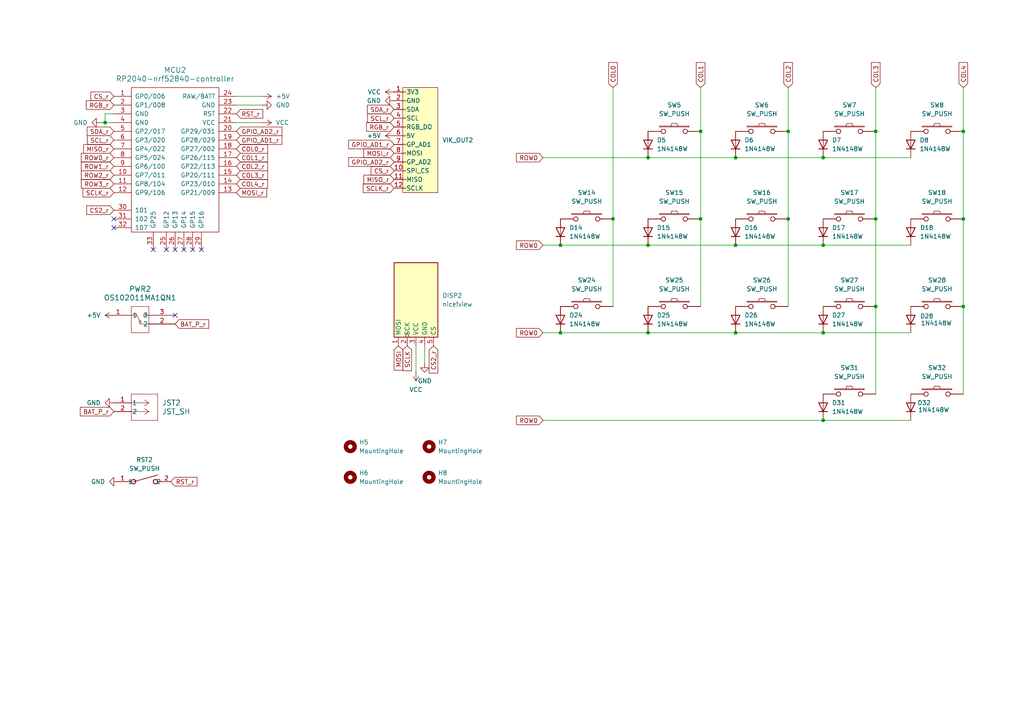
<source format=kicad_sch>
(kicad_sch (version 20231120) (generator "eeschema") (generator_version "8.0")
  (paper "A4")
  (title_block (title "Whiplaesh") (date "2024-10-21") (rev "0.1") (comment 1 "made by ykz89") (comment 2 "Right side"))
  (lib_symbols
    (symbol "2024-10-29_23-28-51:OS102011MA1QN1" (pin_names (offset 0.254))
      (property "Reference" "SW" (at 10.16 7.62 0))
      (property "Value" "OS102011MA1QN1" (at 10.16 5.08 0))
      (symbol "OS102011MA1QN1_1_1"
        (polyline (pts (xy 7.62 -5.08) (xy 12.7 -5.08)) (stroke (width 0.127)))
        (polyline (pts (xy 7.62 0) (xy 8.5725 0)) (stroke (width 0.127)))
        (polyline (pts (xy 7.62 2.54) (xy 7.62 -5.08)) (stroke (width 0.127)))
        (polyline (pts (xy 10.16 -2.54) (xy 10.16 -2.2098)) (stroke (width 0.127)))
        (polyline (pts (xy 10.16 -2.54) (xy 12.7 -2.54)) (stroke (width 0.127)))
        (polyline (pts (xy 10.16 -1.905) (xy 8.89 0.635)) (stroke (width 0.127)))
        (polyline (pts (xy 11.7475 0) (xy 12.7 0)) (stroke (width 0.127)))
        (polyline (pts (xy 12.7 -5.08) (xy 12.7 2.54)) (stroke (width 0.127)))
        (polyline (pts (xy 12.7 2.54) (xy 7.62 2.54)) (stroke (width 0.127)))
        (circle (center 8.89 0) (radius 0.3048) (stroke (width 0.127)))
        (circle (center 10.16 -1.905) (radius 0.3048) (stroke (width 0.127)))
        (circle (center 11.43 0) (radius 0.3048) (stroke (width 0.127)))
        (pin unspecified line (at 0 0 0) (length 7.62) (name "1") (number "1"))
        (pin unspecified line (at 20.32 -2.54 180) (length 7.62) (name "2") (number "2"))
        (pin unspecified line (at 20.32 0 180) (length 7.62) (name "3") (number "3"))
      )
    )
    (symbol "CONN_S2B-PH-K-S_JST:S2B-PH-K-SLFSN" (pin_names (offset 0.254))
      (property "Reference" "J" (at 8.89 6.35 0))
      (property "Value" "S2B-PH-K-SLFSN" (at 0 0 0))
      (symbol "S2B-PH-K-SLFSN_1_1"
        (polyline (pts (xy 5.08 -5.08) (xy 12.7 -5.08)) (stroke (width 0.127)))
        (polyline (pts (xy 5.08 2.54) (xy 5.08 -5.08)) (stroke (width 0.127)))
        (polyline (pts (xy 10.16 -2.54) (xy 5.08 -2.54)) (stroke (width 0.127)))
        (polyline (pts (xy 10.16 -2.54) (xy 8.89 -3.3867)) (stroke (width 0.127)))
        (polyline (pts (xy 10.16 -2.54) (xy 8.89 -1.6933)) (stroke (width 0.127)))
        (polyline (pts (xy 10.16 0) (xy 5.08 0)) (stroke (width 0.127)))
        (polyline (pts (xy 10.16 0) (xy 8.89 -0.8467)) (stroke (width 0.127)))
        (polyline (pts (xy 10.16 0) (xy 8.89 0.8467)) (stroke (width 0.127)))
        (polyline (pts (xy 12.7 -5.08) (xy 12.7 2.54)) (stroke (width 0.127)))
        (polyline (pts (xy 12.7 2.54) (xy 5.08 2.54)) (stroke (width 0.127)))
        (pin unspecified line (at 0 0 0) (length 5.08) (name "1") (number "1"))
        (pin unspecified line (at 0 -2.54 0) (length 5.08) (name "2") (number "2"))
      )
    )
    (symbol "Diode:1N4148W" (pin_numbers hide) (pin_names hide)
      (property "Reference" "D" (at 0 2.54 0))
      (property "Value" "1N4148W" (at 0 -2.54 0))
      (symbol "1N4148W_0_1"
        (polyline (pts (xy -1.27 1.27) (xy -1.27 -1.27)) (stroke (width 0.254)))
        (polyline (pts (xy 1.27 0) (xy -1.27 0)))
        (polyline (pts (xy 1.27 1.27) (xy 1.27 -1.27) (xy -1.27 0) (xy 1.27 1.27)) (stroke (width 0.254)))
      )
      (symbol "1N4148W_1_1"
        (pin passive line (at -3.81 0 0) (length 2.54) (name "K") (number "1"))
        (pin passive line (at 3.81 0 180) (length 2.54) (name "A") (number "2"))
      )
    )
    (symbol "Mechanical:MountingHole" (pin_names (offset 1.016)) (exclude_from_sim yes) (in_bom no)
      (property "Reference" "H" (at 0 5.08 0))
      (property "Value" "MountingHole" (at 0 3.175 0))
      (symbol "MountingHole_0_1"
        (circle (center 0 0) (radius 1.27) (stroke (width 1.27)))
      )
    )
    (symbol "RP2040-nrf52840-controller:RP2040-nrf52840-controller" (pin_names (offset 1.016))
      (property "Reference" "U" (at 0 22.86 0))
      (property "Value" "RP2040-nrf52840-controller" (at 0 2.54 90))
      (symbol "RP2040-nrf52840-controller_0_1"
        (rectangle (start -12.7 20.32) (end 12.7 -21.59))
      )
      (symbol "RP2040-nrf52840-controller_1_1"
        (pin input line (at -17.78 17.78 0) (length 5.08) (name "GP0/006") (number "1"))
        (pin input line (at -17.78 -5.08 0) (length 5.08) (name "GP7/011") (number "10"))
        (pin input line (at -17.78 -7.62 0) (length 5.08) (name "GP8/104") (number "11"))
        (pin input line (at -17.78 -10.16 0) (length 5.08) (name "GP9/106") (number "12"))
        (pin input line (at 17.78 -10.16 180) (length 5.08) (name "GP21/009") (number "13"))
        (pin input line (at 17.78 -7.62 180) (length 5.08) (name "GP23/010") (number "14"))
        (pin input line (at 17.78 -5.08 180) (length 5.08) (name "GP20/111") (number "15"))
        (pin input line (at 17.78 -2.54 180) (length 5.08) (name "GP22/113") (number "16"))
        (pin input line (at 17.78 0 180) (length 5.08) (name "GP26/115") (number "17"))
        (pin input line (at 17.78 2.54 180) (length 5.08) (name "GP27/002") (number "18"))
        (pin input line (at 17.78 5.08 180) (length 5.08) (name "GP28/029") (number "19"))
        (pin input line (at -17.78 15.24 0) (length 5.08) (name "GP1/008") (number "2"))
        (pin input line (at 17.78 7.62 180) (length 5.08) (name "GP29/031") (number "20"))
        (pin input line (at 17.78 10.16 180) (length 5.08) (name "VCC") (number "21"))
        (pin input line (at 17.78 12.7 180) (length 5.08) (name "RST") (number "22"))
        (pin input line (at 17.78 15.24 180) (length 5.08) (name "GND") (number "23"))
        (pin input line (at 17.78 17.78 180) (length 5.08) (name "RAW/BATT") (number "24"))
        (pin input line (at -2.54 -26.67 90) (length 5.08) (name "GP12") (number "25"))
        (pin input line (at 0 -26.67 90) (length 5.08) (name "GP13") (number "26"))
        (pin input line (at 2.54 -26.67 90) (length 5.08) (name "GP14") (number "27"))
        (pin input line (at 5.08 -26.67 90) (length 5.08) (name "GP15") (number "28"))
        (pin input line (at 7.62 -26.67 90) (length 5.08) (name "GP16") (number "29"))
        (pin input line (at -17.78 12.7 0) (length 5.08) (name "GND") (number "3"))
        (pin input line (at -17.78 -15.24 0) (length 5.08) (name "101") (number "30"))
        (pin input line (at -17.78 -17.78 0) (length 5.08) (name "102") (number "31"))
        (pin input line (at -17.78 -20.32 0) (length 5.08) (name "107") (number "32"))
        (pin input line (at -6.35 -26.67 90) (length 5.08) (name "GP25") (number "33"))
        (pin input line (at -17.78 10.16 0) (length 5.08) (name "GND") (number "4"))
        (pin input line (at -17.78 7.62 0) (length 5.08) (name "GP2/017") (number "5"))
        (pin input line (at -17.78 5.08 0) (length 5.08) (name "GP3/020") (number "6"))
        (pin input line (at -17.78 2.54 0) (length 5.08) (name "GP4/022") (number "7"))
        (pin input line (at -17.78 0 0) (length 5.08) (name "GP5/024") (number "8"))
        (pin input line (at -17.78 -2.54 0) (length 5.08) (name "GP6/100") (number "9"))
      )
    )
    (symbol "SW_SKHLACA010_ALPS:SKHLACA010" (pin_names (offset 0.254))
      (property "Reference" "SW" (at 0 3.81 0))
      (property "Value" "SKHLACA010" (at 0 0 0))
      (symbol "SKHLACA010_0_1"
        (circle (center -3.175 0) (radius 0.635) (stroke (width 0.254)))
        (polyline (pts (xy -5.08 0) (xy -3.81 0)) (stroke (width 0.2032)))
        (polyline (pts (xy -3.175 0) (xy 3.81 1.905)) (stroke (width 0.2032)))
        (polyline (pts (xy 5.08 0) (xy 3.81 0)) (stroke (width 0.2032)))
        (circle (center 3.175 0) (radius 0.635) (stroke (width 0.254)))
        (pin unspecified line (at -7.62 0 0) (length 2.54) (name "1") (number "1"))
        (pin unspecified line (at 7.62 0 180) (length 2.54) (name "2") (number "2"))
      )
    )
    (symbol "kbd:SW_PUSH" (pin_numbers hide) (pin_names (offset 1.016) hide)
      (property "Reference" "SW" (at 3.81 2.794 0))
      (property "Value" "SW_PUSH" (at 0 -2.032 0))
      (symbol "SW_PUSH_0_1"
        (rectangle (start -4.318 1.27) (end 4.318 1.524))
        (polyline (pts (xy -1.016 1.524) (xy -0.762 2.286) (xy 0.762 2.286) (xy 1.016 1.524)))
        (pin passive inverted (at -7.62 0 0) (length 5.08) (name "1") (number "1"))
        (pin passive inverted (at 7.62 0 180) (length 5.08) (name "2") (number "2"))
      )
    )
    (symbol "nice_view:nice!view"
      (property "Reference" "Display" (at 0 12.7 0))
      (property "Value" "nice!view" (at 0 0 0))
      (symbol "nice!view_0_1"
        (rectangle (start -6.35 11.43) (end 6.35 -10.16) (stroke (width 0.254)) (fill (type background)))
      )
      (symbol "nice!view_1_1"
        (pin input line (at -5.08 -12.7 90) (length 2.54) (name "MOSI") (number "1"))
        (pin input clock (at -2.54 -12.7 90) (length 2.54) (name "SCK") (number "2"))
        (pin power_in line (at 0 -12.7 90) (length 2.54) (name "VCC") (number "3"))
        (pin power_out line (at 2.54 -12.7 90) (length 2.54) (name "GND") (number "4"))
        (pin passive line (at 5.08 -12.7 90) (length 2.54) (name "CS") (number "5"))
      )
    )
    (symbol "power:+5V" (power) (pin_numbers hide) (pin_names (offset 0) hide)
      (property "Value" "+5V" (at 0 3.556 0))
      (symbol "+5V_0_1"
        (polyline (pts (xy -0.762 1.27) (xy 0 2.54)))
        (polyline (pts (xy 0 0) (xy 0 2.54)))
        (polyline (pts (xy 0 2.54) (xy 0.762 1.27)))
      )
      (symbol "+5V_1_1"
        (pin power_in line (at 0 0 90) (length 0) (name "~") (number "1"))
      )
    )
    (symbol "power:GND" (power) (pin_numbers hide) (pin_names (offset 0) hide)
      (property "Value" "GND" (at 0 -3.81 0))
      (symbol "GND_0_1"
        (polyline (pts (xy 0 0) (xy 0 -1.27) (xy 1.27 -1.27) (xy 0 -2.54) (xy -1.27 -1.27) (xy 0 -1.27)))
      )
      (symbol "GND_1_1"
        (pin power_in line (at 0 0 270) (length 0) (name "~") (number "1"))
      )
    )
    (symbol "power:VCC" (power) (pin_numbers hide) (pin_names (offset 0) hide)
      (property "Value" "VCC" (at 0 3.556 0))
      (symbol "VCC_0_1"
        (polyline (pts (xy -0.762 1.27) (xy 0 2.54)))
        (polyline (pts (xy 0 0) (xy 0 2.54)))
        (polyline (pts (xy 0 2.54) (xy 0.762 1.27)))
      )
      (symbol "VCC_1_1"
        (pin power_in line (at 0 0 90) (length 0) (name "~") (number "1"))
      )
    )
    (symbol "vik:vik-keyboard-connector" (pin_names (offset 1))
      (property "Reference" "J" (at 0 15.875 0))
      (symbol "vik-keyboard-connector_1_1"
        (rectangle (start -5.08 13.97) (end 5.08 -16.51) (fill (type background)))
        (rectangle (start -5.0546 -15.113) (end -4.191 -15.367) (stroke (width 0.1)))
        (rectangle (start -5.0546 -12.573) (end -4.191 -12.827) (stroke (width 0.1)))
        (rectangle (start -5.0546 -10.033) (end -4.191 -10.287) (stroke (width 0.1)))
        (rectangle (start -5.0546 -7.493) (end -4.191 -7.747) (stroke (width 0.1)))
        (rectangle (start -5.0546 -4.953) (end -4.191 -5.207) (stroke (width 0.1)))
        (rectangle (start -5.0546 -2.413) (end -4.191 -2.667) (stroke (width 0.1)))
        (rectangle (start -5.0546 0.127) (end -4.191 -0.127) (stroke (width 0.1)))
        (rectangle (start -5.0546 2.667) (end -4.191 2.413) (stroke (width 0.1)))
        (rectangle (start -5.0546 5.207) (end -4.191 4.953) (stroke (width 0.1)))
        (rectangle (start -5.0546 7.747) (end -4.191 7.493) (stroke (width 0.1)))
        (rectangle (start -5.0546 10.287) (end -4.191 10.033) (stroke (width 0.1)))
        (rectangle (start -5.0546 12.827) (end -4.191 12.573) (stroke (width 0.1)))
        (pin power_in line (at -7.62 12.7 0) (length 2.54) (name "3V3") (number "1"))
        (pin input line (at -7.62 -10.16 0) (length 2.54) (name "SPI_CS") (number "10"))
        (pin tri_state line (at -7.62 -12.7 0) (length 2.54) (name "MISO") (number "11"))
        (pin input line (at -7.62 -15.24 0) (length 2.54) (name "SCLK") (number "12"))
        (pin power_in line (at -7.62 10.16 0) (length 2.54) (name "GND") (number "2"))
        (pin bidirectional line (at -7.62 7.62 0) (length 2.54) (name "SDA") (number "3"))
        (pin bidirectional line (at -7.62 5.08 0) (length 2.54) (name "SCL") (number "4"))
        (pin input line (at -7.62 2.54 0) (length 2.54) (name "RGB_DO") (number "5"))
        (pin power_in line (at -7.62 0 0) (length 2.54) (name "5V") (number "6"))
        (pin bidirectional line (at -7.62 -2.54 0) (length 2.54) (name "GP_AD1") (number "7"))
        (pin input line (at -7.62 -5.08 0) (length 2.54) (name "MOSI") (number "8"))
        (pin bidirectional line (at -7.62 -7.62 0) (length 2.54) (name "GP_AD2") (number "9"))
      )
    )
  )
  (junction (at 238.76 121.92))
  (junction (at 203.2 63.5))
  (junction (at 162.56 96.52))
  (junction (at 238.76 45.72))
  (junction (at 213.36 96.52))
  (junction (at 279.4 63.5))
  (junction (at 213.36 71.12))
  (junction (at 213.36 45.72))
  (junction (at 203.2 38.1))
  (junction (at 228.6 38.1))
  (junction (at 187.96 45.72))
  (junction (at 228.6 63.5))
  (junction (at 238.76 71.12))
  (junction (at 254 38.1))
  (junction (at 187.96 71.12))
  (junction (at 162.56 71.12))
  (junction (at 279.4 38.1))
  (junction (at 238.76 96.52))
  (junction (at 177.8 63.5))
  (junction (at 187.96 96.52))
  (junction (at 254 63.5))
  (junction (at 254 88.9))
  (junction (at 30.48 35.56))
  (junction (at 279.4 88.9))
  (no_connect (at 53.34 72.39))
  (no_connect (at 50.8 91.44))
  (no_connect (at 48.26 72.39))
  (no_connect (at 33.02 63.5))
  (no_connect (at 58.42 72.39))
  (no_connect (at 50.8 72.39))
  (no_connect (at 55.88 72.39))
  (no_connect (at 33.02 66.04))
  (no_connect (at 44.45 72.39))
  (wire (pts (xy 177.8 25.4) (xy 177.8 63.5)))
  (wire (pts (xy 123.19 105.41) (xy 123.19 100.33)))
  (wire (pts (xy 177.8 63.5) (xy 177.8 88.9)))
  (wire (pts (xy 279.4 25.4) (xy 279.4 38.1)))
  (wire (pts (xy 33.02 91.44) (xy 30.48 91.44)))
  (wire (pts (xy 254 38.1) (xy 254 63.5)))
  (wire (pts (xy 162.56 96.52) (xy 187.96 96.52)))
  (wire (pts (xy 228.6 25.4) (xy 228.6 38.1)))
  (wire (pts (xy 76.2 27.94) (xy 68.58 27.94)))
  (wire (pts (xy 264.16 96.52) (xy 238.76 96.52)))
  (wire (pts (xy 203.2 63.5) (xy 203.2 88.9)))
  (wire (pts (xy 203.2 38.1) (xy 203.2 63.5)))
  (wire (pts (xy 279.4 88.9) (xy 279.4 114.3)))
  (wire (pts (xy 203.2 25.4) (xy 203.2 38.1)))
  (wire (pts (xy 213.36 45.72) (xy 238.76 45.72)))
  (wire (pts (xy 279.4 63.5) (xy 279.4 88.9)))
  (wire (pts (xy 254 88.9) (xy 254 114.3)))
  (wire (pts (xy 238.76 45.72) (xy 264.16 45.72)))
  (wire (pts (xy 187.96 45.72) (xy 213.36 45.72)))
  (wire (pts (xy 279.4 38.1) (xy 279.4 63.5)))
  (wire (pts (xy 157.48 45.72) (xy 187.96 45.72)))
  (wire (pts (xy 264.16 121.92) (xy 238.76 121.92)))
  (wire (pts (xy 120.65 107.95) (xy 120.65 100.33)))
  (wire (pts (xy 187.96 71.12) (xy 213.36 71.12)))
  (wire (pts (xy 254 25.4) (xy 254 38.1)))
  (wire (pts (xy 264.16 71.12) (xy 238.76 71.12)))
  (wire (pts (xy 157.48 121.92) (xy 238.76 121.92)))
  (wire (pts (xy 187.96 96.52) (xy 213.36 96.52)))
  (wire (pts (xy 30.48 33.02) (xy 30.48 35.56)))
  (wire (pts (xy 29.21 35.56) (xy 30.48 35.56)))
  (wire (pts (xy 76.2 30.48) (xy 68.58 30.48)))
  (wire (pts (xy 254 63.5) (xy 254 88.9)))
  (wire (pts (xy 228.6 63.5) (xy 228.6 88.9)))
  (wire (pts (xy 213.36 71.12) (xy 238.76 71.12)))
  (wire (pts (xy 157.48 71.12) (xy 162.56 71.12)))
  (wire (pts (xy 30.48 35.56) (xy 33.02 35.56)))
  (wire (pts (xy 76.2 35.56) (xy 68.58 35.56)))
  (wire (pts (xy 157.48 96.52) (xy 162.56 96.52)))
  (wire (pts (xy 162.56 71.12) (xy 187.96 71.12)))
  (wire (pts (xy 213.36 96.52) (xy 238.76 96.52)))
  (wire (pts (xy 33.02 33.02) (xy 30.48 33.02)))
  (wire (pts (xy 228.6 38.1) (xy 228.6 63.5)))
  (global_label "COL4_r" (shape input) (at 68.58 53.34 0) (property "Intersheetrefs" "${INTERSHEET_REFS}" (effects (hide yes))))
  (global_label "MOSI_r" (shape input) (at 68.58 55.88 0) (property "Intersheetrefs" "${INTERSHEET_REFS}" (effects (hide yes))))
  (global_label "ROW0" (shape input) (at 157.48 71.12 180) (property "Intersheetrefs" "${INTERSHEET_REFS}" (effects (hide yes))))
  (global_label "MOSI" (shape input) (at 115.57 100.33 270) (property "Intersheetrefs" "${INTERSHEET_REFS}" (effects (hide yes))))
  (global_label "COL0" (shape input) (at 177.8 25.4 90) (property "Intersheetrefs" "${INTERSHEET_REFS}" (effects (hide yes))))
  (global_label "ROW1_r" (shape input) (at 33.02 48.26 180) (property "Intersheetrefs" "${INTERSHEET_REFS}" (effects (hide yes))))
  (global_label "GPIO_AD2_r" (shape input) (at 68.58 38.1 0) (property "Intersheetrefs" "${INTERSHEET_REFS}" (effects (hide yes))))
  (global_label "CS_r" (shape input) (at 33.02 27.94 180) (property "Intersheetrefs" "${INTERSHEET_REFS}" (effects (hide yes))))
  (global_label "COL3" (shape input) (at 254 25.4 90) (property "Intersheetrefs" "${INTERSHEET_REFS}" (effects (hide yes))))
  (global_label "COL2" (shape input) (at 228.6 25.4 90) (property "Intersheetrefs" "${INTERSHEET_REFS}" (effects (hide yes))))
  (global_label "BAT_P_r" (shape input) (at 50.8 93.98 0) (property "Intersheetrefs" "${INTERSHEET_REFS}" (effects (hide yes))))
  (global_label "COL2_r" (shape input) (at 68.58 48.26 0) (property "Intersheetrefs" "${INTERSHEET_REFS}" (effects (hide yes))))
  (global_label "RGB_r" (shape input) (at 33.02 30.48 180) (property "Intersheetrefs" "${INTERSHEET_REFS}" (effects (hide yes))))
  (global_label "SDA_r" (shape input) (at 33.02 38.1 180) (property "Intersheetrefs" "${INTERSHEET_REFS}" (effects (hide yes))))
  (global_label "ROW3_r" (shape input) (at 33.02 53.34 180) (property "Intersheetrefs" "${INTERSHEET_REFS}" (effects (hide yes))))
  (global_label "GPIO_AD2_r" (shape input) (at 114.3 46.99 180) (property "Intersheetrefs" "${INTERSHEET_REFS}" (effects (hide yes))))
  (global_label "GPIO_AD1_r" (shape input) (at 114.3 41.91 180) (property "Intersheetrefs" "${INTERSHEET_REFS}" (effects (hide yes))))
  (global_label "CS2_r" (shape input) (at 125.73 100.33 270) (property "Intersheetrefs" "${INTERSHEET_REFS}" (effects (hide yes))))
  (global_label "ROW0" (shape input) (at 157.48 45.72 180) (property "Intersheetrefs" "${INTERSHEET_REFS}" (effects (hide yes))))
  (global_label "GPIO_AD1_r" (shape input) (at 68.58 40.64 0) (property "Intersheetrefs" "${INTERSHEET_REFS}" (effects (hide yes))))
  (global_label "SCLK_r" (shape input) (at 33.02 55.88 180) (property "Intersheetrefs" "${INTERSHEET_REFS}" (effects (hide yes))))
  (global_label "COL1" (shape input) (at 203.2 25.4 90) (property "Intersheetrefs" "${INTERSHEET_REFS}" (effects (hide yes))))
  (global_label "SCLK_r" (shape input) (at 114.3 54.61 180) (property "Intersheetrefs" "${INTERSHEET_REFS}" (effects (hide yes))))
  (global_label "RST_r" (shape input) (at 68.58 33.02 0) (property "Intersheetrefs" "${INTERSHEET_REFS}" (effects (hide yes))))
  (global_label "CS_r" (shape input) (at 114.3 49.53 180) (property "Intersheetrefs" "${INTERSHEET_REFS}" (effects (hide yes))))
  (global_label "SDA_r" (shape input) (at 114.3 31.75 180) (property "Intersheetrefs" "${INTERSHEET_REFS}" (effects (hide yes))))
  (global_label "SCL_r" (shape input) (at 33.02 40.64 180) (property "Intersheetrefs" "${INTERSHEET_REFS}" (effects (hide yes))))
  (global_label "CS2_r" (shape input) (at 33.02 60.96 180) (property "Intersheetrefs" "${INTERSHEET_REFS}" (effects (hide yes))))
  (global_label "ROW0" (shape input) (at 157.48 121.92 180) (property "Intersheetrefs" "${INTERSHEET_REFS}" (effects (hide yes))))
  (global_label "COL0_r" (shape input) (at 68.58 43.18 0) (property "Intersheetrefs" "${INTERSHEET_REFS}" (effects (hide yes))))
  (global_label "RGB_r" (shape input) (at 114.3 36.83 180) (property "Intersheetrefs" "${INTERSHEET_REFS}" (effects (hide yes))))
  (global_label "ROW0_r" (shape input) (at 33.02 45.72 180) (property "Intersheetrefs" "${INTERSHEET_REFS}" (effects (hide yes))))
  (global_label "MISO_r" (shape input) (at 114.3 52.07 180) (property "Intersheetrefs" "${INTERSHEET_REFS}" (effects (hide yes))))
  (global_label "RST_r" (shape input) (at 49.53 139.7 0) (property "Intersheetrefs" "${INTERSHEET_REFS}" (effects (hide yes))))
  (global_label "SCL_r" (shape input) (at 114.3 34.29 180) (property "Intersheetrefs" "${INTERSHEET_REFS}" (effects (hide yes))))
  (global_label "COL3_r" (shape input) (at 68.58 50.8 0) (property "Intersheetrefs" "${INTERSHEET_REFS}" (effects (hide yes))))
  (global_label "MISO_r" (shape input) (at 33.02 43.18 180) (property "Intersheetrefs" "${INTERSHEET_REFS}" (effects (hide yes))))
  (global_label "BAT_P_r" (shape input) (at 33.02 119.38 180) (property "Intersheetrefs" "${INTERSHEET_REFS}" (effects (hide yes))))
  (global_label "ROW2_r" (shape input) (at 33.02 50.8 180) (property "Intersheetrefs" "${INTERSHEET_REFS}" (effects (hide yes))))
  (global_label "COL4" (shape input) (at 279.4 25.4 90) (property "Intersheetrefs" "${INTERSHEET_REFS}" (effects (hide yes))))
  (global_label "COL1_r" (shape input) (at 68.58 45.72 0) (property "Intersheetrefs" "${INTERSHEET_REFS}" (effects (hide yes))))
  (global_label "SCLK" (shape input) (at 118.11 100.33 270) (property "Intersheetrefs" "${INTERSHEET_REFS}" (effects (hide yes))))
  (global_label "MOSI_r" (shape input) (at 114.3 44.45 180) (property "Intersheetrefs" "${INTERSHEET_REFS}" (effects (hide yes))))
  (global_label "ROW0" (shape input) (at 157.48 96.52 180) (property "Intersheetrefs" "${INTERSHEET_REFS}" (effects (hide yes))))
  (symbol (lib_id "power:+5V") (at 76.2 27.94 270) (unit 1)
    (property "Reference" "#PWR015" (effects (hide yes)))
    (property "Value" "+5V" (at 80.01 27.9399 90) (effects (justify left)))
    (property "Description" "Power symbol creates a global label with name \"+5V\"" (effects (hide yes)))
  )
  (symbol (lib_id "Diode:1N4148W") (at 162.56 67.31 90) (unit 1)
    (property "Reference" "D14" (at 165.1 66.0399 90) (effects (justify right)))
    (property "Value" "1N4148W" (at 165.1 68.5799 90) (effects (justify right)))
    (property "Footprint" "fingerpunch:D3_TH_SMD" (effects (hide yes)))
    (property "Datasheet" "https://www.vishay.com/docs/85748/1n4148w.pdf" (effects (hide yes)))
    (property "Description" "75V 0.15A Fast Switching Diode, SOD-123" (effects (hide yes)))
    (property "Sim.Device" "D" (effects (hide yes)))
    (property "Sim.Pins" "1=K 2=A" (effects (hide yes)))
  )
  (symbol (lib_id "kbd:SW_PUSH") (at 220.98 38.1 0) (unit 1)
    (property "Reference" "SW6" (at 220.98 30.48 0))
    (property "Value" "SW_PUSH" (at 220.98 33.02 0))
    (property "Footprint" "fingerpunch:gateron-ks27-choc-v1-mx-soldered-and-hotswap" (effects (hide yes)))
  )
  (symbol (lib_id "SW_SKHLACA010_ALPS:SKHLACA010") (at 41.91 139.7 0) (unit 1)
    (property "Reference" "RST2" (at 41.91 133.35 0))
    (property "Value" "SW_PUSH" (at 41.91 135.89 0))
    (property "Footprint" "SW_SKHLACA010_ALPS" (effects (hide yes)))
    (property "Datasheet" "SKHLACA010" (effects (hide yes)))
  )
  (symbol (lib_id "kbd:SW_PUSH") (at 195.58 63.5 0) (unit 1)
    (property "Reference" "SW15" (at 195.58 55.88 0))
    (property "Value" "SW_PUSH" (at 195.58 58.42 0))
    (property "Footprint" "fingerpunch:gateron-ks27-choc-v1-mx-soldered-and-hotswap" (effects (hide yes)))
  )
  (symbol (lib_id "power:GND") (at 123.19 105.41 0) (unit 1)
    (property "Reference" "#PWR024" (effects (hide yes)))
    (property "Value" "GND" (at 123.19 110.49 0))
    (property "Description" "Power symbol creates a global label with name \"GND\" , ground" (effects (hide yes)))
  )
  (symbol (lib_id "power:+5V") (at 33.02 91.44 90) (unit 1)
    (property "Reference" "#PWR011" (effects (hide yes)))
    (property "Value" "+5V" (at 29.21 91.4399 90) (effects (justify left)))
    (property "Description" "Power symbol creates a global label with name \"+5V\"" (effects (hide yes)))
  )
  (symbol (lib_id "power:VCC") (at 76.2 35.56 270) (unit 1)
    (property "Reference" "#PWR017" (effects (hide yes)))
    (property "Value" "VCC" (at 80.01 35.5599 90) (effects (justify left)))
    (property "Description" "Power symbol creates a global label with name \"VCC\"" (effects (hide yes)))
  )
  (symbol (lib_id "kbd:SW_PUSH") (at 271.78 38.1 0) (unit 1)
    (property "Reference" "SW8" (at 271.78 30.48 0))
    (property "Value" "SW_PUSH" (at 271.78 33.02 0))
    (property "Footprint" "fingerpunch:gateron-ks27-choc-v1-mx-soldered-and-hotswap" (effects (hide yes)))
  )
  (symbol (lib_id "power:GND") (at 114.3 29.21 270) (unit 1)
    (property "Reference" "#PWR019" (effects (hide yes)))
    (property "Value" "GND" (at 110.49 29.2099 90) (effects (justify right)))
    (property "Description" "Power symbol creates a global label with name \"GND\" , ground" (effects (hide yes)))
  )
  (symbol (lib_id "Diode:1N4148W") (at 264.16 41.91 90) (unit 1)
    (property "Reference" "D8" (at 266.7 40.6399 90) (effects (justify right)))
    (property "Value" "1N4148W" (at 266.7 43.1799 90) (effects (justify right)))
    (property "Footprint" "fingerpunch:D3_TH_SMD" (effects (hide yes)))
    (property "Datasheet" "https://www.vishay.com/docs/85748/1n4148w.pdf" (effects (hide yes)))
    (property "Description" "75V 0.15A Fast Switching Diode, SOD-123" (effects (hide yes)))
    (property "Sim.Device" "D" (effects (hide yes)))
    (property "Sim.Pins" "1=K 2=A" (effects (hide yes)))
  )
  (symbol (lib_id "Diode:1N4148W") (at 213.36 92.71 90) (unit 1)
    (property "Reference" "D26" (at 215.9 91.4399 90) (effects (justify right)))
    (property "Value" "1N4148W" (at 215.9 93.9799 90) (effects (justify right)))
    (property "Footprint" "fingerpunch:D3_TH_SMD" (effects (hide yes)))
    (property "Datasheet" "https://www.vishay.com/docs/85748/1n4148w.pdf" (effects (hide yes)))
    (property "Description" "75V 0.15A Fast Switching Diode, SOD-123" (effects (hide yes)))
    (property "Sim.Device" "D" (effects (hide yes)))
    (property "Sim.Pins" "1=K 2=A" (effects (hide yes)))
  )
  (symbol (lib_id "RP2040-nrf52840-controller:RP2040-nrf52840-controller") (at 50.8 45.72 0) (unit 1)
    (property "Reference" "MCU2" (at 50.8 20.32 0) (effects (font (size 1.524 1.524))))
    (property "Value" "RP2040-nrf52840-controller" (at 50.8 22.86 0) (effects (font (size 1.524 1.524))))
    (property "Footprint" "footprints:MCU_nice-nano" (effects (hide yes)))
  )
  (symbol (lib_id "power:GND") (at 76.2 30.48 90) (unit 1)
    (property "Reference" "#PWR016" (effects (hide yes)))
    (property "Value" "GND" (at 80.01 30.4799 90) (effects (justify right)))
    (property "Description" "Power symbol creates a global label with name \"GND\" , ground" (effects (hide yes)))
  )
  (symbol (lib_id "power:VCC") (at 114.3 26.67 90) (unit 1)
    (property "Reference" "#PWR020" (effects (hide yes)))
    (property "Value" "VCC" (at 110.49 26.6699 90) (effects (justify left)))
    (property "Description" "Power symbol creates a global label with name \"VCC\"" (effects (hide yes)))
  )
  (symbol (lib_id "Diode:1N4148W") (at 238.76 118.11 90) (unit 1)
    (property "Reference" "D31" (at 241.3 116.8399 90) (effects (justify right)))
    (property "Value" "1N4148W" (at 241.3 119.3799 90) (effects (justify right)))
    (property "Footprint" "fingerpunch:D3_TH_SMD" (effects (hide yes)))
    (property "Datasheet" "https://www.vishay.com/docs/85748/1n4148w.pdf" (effects (hide yes)))
    (property "Description" "75V 0.15A Fast Switching Diode, SOD-123" (effects (hide yes)))
    (property "Sim.Device" "D" (effects (hide yes)))
    (property "Sim.Pins" "1=K 2=A" (effects (hide yes)))
  )
  (symbol (lib_id "Mechanical:MountingHole") (at 101.6 129.54 0) (unit 1) (exclude_from_sim yes) (in_bom no)
    (property "Reference" "H5" (at 104.14 128.2699 0) (effects (justify left)))
    (property "Value" "MountingHole" (at 104.14 130.8099 0) (effects (justify left)))
    (property "Footprint" "MountingHole:MountingHole_2.2mm_M2" (effects (hide yes)))
    (property "Description" "Mounting Hole without connection" (effects (hide yes)))
  )
  (symbol (lib_id "kbd:SW_PUSH") (at 246.38 114.3 0) (unit 1)
    (property "Reference" "SW31" (at 246.38 106.68 0))
    (property "Value" "SW_PUSH" (at 246.38 109.22 0))
    (property "Footprint" "fingerpunch:gateron-ks27-choc-v1-mx-soldered-and-hotswap" (effects (hide yes)))
  )
  (symbol (lib_id "kbd:SW_PUSH") (at 220.98 88.9 0) (unit 1)
    (property "Reference" "SW26" (at 220.98 81.28 0))
    (property "Value" "SW_PUSH" (at 220.98 83.82 0))
    (property "Footprint" "fingerpunch:gateron-ks27-choc-v1-mx-soldered-and-hotswap" (effects (hide yes)))
  )
  (symbol (lib_id "Diode:1N4148W") (at 238.76 67.31 90) (unit 1)
    (property "Reference" "D17" (at 241.3 66.0399 90) (effects (justify right)))
    (property "Value" "1N4148W" (at 241.3 68.5799 90) (effects (justify right)))
    (property "Footprint" "fingerpunch:D3_TH_SMD" (effects (hide yes)))
    (property "Datasheet" "https://www.vishay.com/docs/85748/1n4148w.pdf" (effects (hide yes)))
    (property "Description" "75V 0.15A Fast Switching Diode, SOD-123" (effects (hide yes)))
    (property "Sim.Device" "D" (effects (hide yes)))
    (property "Sim.Pins" "1=K 2=A" (effects (hide yes)))
  )
  (symbol (lib_id "Diode:1N4148W") (at 162.56 92.71 90) (unit 1)
    (property "Reference" "D24" (at 165.1 91.4399 90) (effects (justify right)))
    (property "Value" "1N4148W" (at 165.1 93.9799 90) (effects (justify right)))
    (property "Footprint" "fingerpunch:D3_TH_SMD" (effects (hide yes)))
    (property "Datasheet" "https://www.vishay.com/docs/85748/1n4148w.pdf" (effects (hide yes)))
    (property "Description" "75V 0.15A Fast Switching Diode, SOD-123" (effects (hide yes)))
    (property "Sim.Device" "D" (effects (hide yes)))
    (property "Sim.Pins" "1=K 2=A" (effects (hide yes)))
  )
  (symbol (lib_id "kbd:SW_PUSH") (at 170.18 63.5 0) (unit 1)
    (property "Reference" "SW14" (at 170.18 55.88 0))
    (property "Value" "SW_PUSH" (at 170.18 58.42 0))
    (property "Footprint" "fingerpunch:gateron-ks27-choc-v1-mx-soldered-and-hotswap" (effects (hide yes)))
  )
  (symbol (lib_id "Diode:1N4148W") (at 213.36 67.31 90) (unit 1)
    (property "Reference" "D16" (at 215.9 66.0399 90) (effects (justify right)))
    (property "Value" "1N4148W" (at 215.9 68.5799 90) (effects (justify right)))
    (property "Footprint" "fingerpunch:D3_TH_SMD" (effects (hide yes)))
    (property "Datasheet" "https://www.vishay.com/docs/85748/1n4148w.pdf" (effects (hide yes)))
    (property "Description" "75V 0.15A Fast Switching Diode, SOD-123" (effects (hide yes)))
    (property "Sim.Device" "D" (effects (hide yes)))
    (property "Sim.Pins" "1=K 2=A" (effects (hide yes)))
  )
  (symbol (lib_id "power:VCC") (at 120.65 107.95 180) (unit 1)
    (property "Reference" "#PWR023" (effects (hide yes)))
    (property "Value" "VCC" (at 120.65 113.03 0))
    (property "Description" "Power symbol creates a global label with name \"VCC\"" (effects (hide yes)))
  )
  (symbol (lib_id "kbd:SW_PUSH") (at 195.58 88.9 0) (unit 1)
    (property "Reference" "SW25" (at 195.58 81.28 0))
    (property "Value" "SW_PUSH" (at 195.58 83.82 0))
    (property "Footprint" "fingerpunch:gateron-ks27-choc-v1-mx-soldered-and-hotswap" (effects (hide yes)))
  )
  (symbol (lib_id "Mechanical:MountingHole") (at 124.46 138.43 0) (unit 1) (exclude_from_sim yes) (in_bom no)
    (property "Reference" "H8" (at 127 137.1599 0) (effects (justify left)))
    (property "Value" "MountingHole" (at 127 139.6999 0) (effects (justify left)))
    (property "Footprint" "MountingHole:MountingHole_2.2mm_M2" (effects (hide yes)))
    (property "Description" "Mounting Hole without connection" (effects (hide yes)))
  )
  (symbol (lib_id "CONN_S2B-PH-K-S_JST:S2B-PH-K-SLFSN") (at 33.02 116.84 0) (unit 1)
    (property "Reference" "JST2" (at 46.99 116.8399 0) (effects (font (size 1.524 1.524)) (justify left)))
    (property "Value" "JST_SH" (at 46.99 119.3799 0) (effects (font (size 1.524 1.524)) (justify left)))
    (property "Footprint" "Connector_JST:JST_SHL_SM02B-SHLS-TF_1x02-1MP_P1.00mm_Horizontal" (effects (hide yes)))
  )
  (symbol (lib_id "Diode:1N4148W") (at 187.96 67.31 90) (unit 1)
    (property "Reference" "D15" (at 190.5 66.0399 90) (effects (justify right)))
    (property "Value" "1N4148W" (at 190.5 68.5799 90) (effects (justify right)))
    (property "Footprint" "fingerpunch:D3_TH_SMD" (effects (hide yes)))
    (property "Datasheet" "https://www.vishay.com/docs/85748/1n4148w.pdf" (effects (hide yes)))
    (property "Description" "75V 0.15A Fast Switching Diode, SOD-123" (effects (hide yes)))
    (property "Sim.Device" "D" (effects (hide yes)))
    (property "Sim.Pins" "1=K 2=A" (effects (hide yes)))
  )
  (symbol (lib_id "nice_view:nice!view") (at 120.65 87.63 0) (unit 1)
    (property "Reference" "DISP2" (at 128.27 85.7249 0) (effects (justify left)))
    (property "Value" "nice!view" (at 128.27 88.2649 0) (effects (justify left)))
    (property "Footprint" "fingerpunch:nice_view" (effects (hide yes)))
    (property "Datasheet" "https://nicekeyboards.com/docs/nice-view/pinout-schematic" (effects (hide yes)))
    (property "Description" "Sharp LS011B7DH03 Memory in Pixel 160x68" (effects (hide yes)))
  )
  (symbol (lib_id "vik:vik-keyboard-connector") (at 121.92 39.37 0) (unit 1)
    (property "Reference" "VIK_OUT2" (at 128.27 40.6399 0) (effects (justify left)))
    (property "Value" "vik-keyboard-connector" (effects (hide yes)))
    (property "Footprint" "vik:vik-keyboard-connector-horizontal" (effects (hide yes)))
  )
  (symbol (lib_id "Diode:1N4148W") (at 213.36 41.91 90) (unit 1)
    (property "Reference" "D6" (at 215.9 40.6399 90) (effects (justify right)))
    (property "Value" "1N4148W" (at 215.9 43.1799 90) (effects (justify right)))
    (property "Footprint" "fingerpunch:D3_TH_SMD" (effects (hide yes)))
    (property "Datasheet" "https://www.vishay.com/docs/85748/1n4148w.pdf" (effects (hide yes)))
    (property "Description" "75V 0.15A Fast Switching Diode, SOD-123" (effects (hide yes)))
    (property "Sim.Device" "D" (effects (hide yes)))
    (property "Sim.Pins" "1=K 2=A" (effects (hide yes)))
  )
  (symbol (lib_id "kbd:SW_PUSH") (at 271.78 114.3 0) (mirror y) (unit 1)
    (property "Reference" "SW32" (at 271.78 106.68 0))
    (property "Value" "SW_PUSH" (at 271.78 109.22 0))
    (property "Footprint" "fingerpunch:gateron-ks27-choc-v1-mx-soldered-and-hotswap" (effects (hide yes)))
  )
  (symbol (lib_id "kbd:SW_PUSH") (at 271.78 63.5 0) (mirror y) (unit 1)
    (property "Reference" "SW18" (at 271.78 55.88 0))
    (property "Value" "SW_PUSH" (at 271.78 58.42 0))
    (property "Footprint" "fingerpunch:gateron-ks27-choc-v1-mx-soldered-and-hotswap" (effects (hide yes)))
  )
  (symbol (lib_id "kbd:SW_PUSH") (at 220.98 63.5 0) (unit 1)
    (property "Reference" "SW16" (at 220.98 55.88 0))
    (property "Value" "SW_PUSH" (at 220.98 58.42 0))
    (property "Footprint" "fingerpunch:gateron-ks27-choc-v1-mx-soldered-and-hotswap" (effects (hide yes)))
  )
  (symbol (lib_id "kbd:SW_PUSH") (at 246.38 88.9 0) (unit 1)
    (property "Reference" "SW27" (at 246.38 81.28 0))
    (property "Value" "SW_PUSH" (at 246.38 83.82 0))
    (property "Footprint" "fingerpunch:gateron-ks27-choc-v1-mx-soldered-and-hotswap" (effects (hide yes)))
  )
  (symbol (lib_id "Diode:1N4148W") (at 264.16 118.11 270) (mirror x) (unit 1)
    (property "Reference" "D32" (at 270.002 116.84 90) (effects (justify right)))
    (property "Value" "1N4148W" (at 275.336 118.872 90) (effects (justify right)))
    (property "Footprint" "fingerpunch:D3_TH_SMD" (effects (hide yes)))
    (property "Datasheet" "https://www.vishay.com/docs/85748/1n4148w.pdf" (effects (hide yes)))
    (property "Description" "75V 0.15A Fast Switching Diode, SOD-123" (effects (hide yes)))
    (property "Sim.Device" "D" (effects (hide yes)))
    (property "Sim.Pins" "1=K 2=A" (effects (hide yes)))
  )
  (symbol (lib_id "power:+5V") (at 114.3 39.37 90) (unit 1)
    (property "Reference" "#PWR018" (effects (hide yes)))
    (property "Value" "+5V" (at 110.49 39.3699 90) (effects (justify left)))
    (property "Description" "Power symbol creates a global label with name \"+5V\"" (effects (hide yes)))
  )
  (symbol (lib_id "Mechanical:MountingHole") (at 124.46 129.54 0) (unit 1) (exclude_from_sim yes) (in_bom no)
    (property "Reference" "H7" (at 127 128.2699 0) (effects (justify left)))
    (property "Value" "MountingHole" (at 127 130.8099 0) (effects (justify left)))
    (property "Footprint" "MountingHole:MountingHole_2.2mm_M2" (effects (hide yes)))
    (property "Description" "Mounting Hole without connection" (effects (hide yes)))
  )
  (symbol (lib_id "Diode:1N4148W") (at 264.16 92.71 270) (mirror x) (unit 1)
    (property "Reference" "D28" (at 270.764 91.694 90) (effects (justify right)))
    (property "Value" "1N4148W" (at 276.098 93.726 90) (effects (justify right)))
    (property "Footprint" "fingerpunch:D3_TH_SMD" (effects (hide yes)))
    (property "Datasheet" "https://www.vishay.com/docs/85748/1n4148w.pdf" (effects (hide yes)))
    (property "Description" "75V 0.15A Fast Switching Diode, SOD-123" (effects (hide yes)))
    (property "Sim.Device" "D" (effects (hide yes)))
    (property "Sim.Pins" "1=K 2=A" (effects (hide yes)))
  )
  (symbol (lib_id "power:GND") (at 34.29 139.7 270) (unit 1)
    (property "Reference" "#PWR012" (effects (hide yes)))
    (property "Value" "GND" (at 30.48 139.6999 90) (effects (justify right)))
    (property "Description" "Power symbol creates a global label with name \"GND\" , ground" (effects (hide yes)))
  )
  (symbol (lib_id "Diode:1N4148W") (at 264.16 67.31 270) (mirror x) (unit 1)
    (property "Reference" "D18" (at 270.764 66.04 90) (effects (justify right)))
    (property "Value" "1N4148W" (at 275.844 68.58 90) (effects (justify right)))
    (property "Footprint" "fingerpunch:D3_TH_SMD" (effects (hide yes)))
    (property "Datasheet" "https://www.vishay.com/docs/85748/1n4148w.pdf" (effects (hide yes)))
    (property "Description" "75V 0.15A Fast Switching Diode, SOD-123" (effects (hide yes)))
    (property "Sim.Device" "D" (effects (hide yes)))
    (property "Sim.Pins" "1=K 2=A" (effects (hide yes)))
  )
  (symbol (lib_id "kbd:SW_PUSH") (at 170.18 88.9 0) (unit 1)
    (property "Reference" "SW24" (at 170.18 81.28 0))
    (property "Value" "SW_PUSH" (at 170.18 83.82 0))
    (property "Footprint" "fingerpunch:gateron-ks27-choc-v1-mx-soldered-and-hotswap" (effects (hide yes)))
  )
  (symbol (lib_id "kbd:SW_PUSH") (at 246.38 38.1 0) (unit 1)
    (property "Reference" "SW7" (at 246.38 30.48 0))
    (property "Value" "SW_PUSH" (at 246.38 33.02 0))
    (property "Footprint" "fingerpunch:gateron-ks27-choc-v1-mx-soldered-and-hotswap" (effects (hide yes)))
  )
  (symbol (lib_id "power:GND") (at 29.21 35.56 270) (mirror x) (unit 1)
    (property "Reference" "#PWR014" (effects (hide yes)))
    (property "Value" "GND" (at 25.4 35.5599 90) (effects (justify right)))
    (property "Description" "Power symbol creates a global label with name \"GND\" , ground" (effects (hide yes)))
  )
  (symbol (lib_id "kbd:SW_PUSH") (at 195.58 38.1 0) (unit 1)
    (property "Reference" "SW5" (at 195.58 30.48 0))
    (property "Value" "SW_PUSH" (at 195.58 33.02 0))
    (property "Footprint" "fingerpunch:gateron-ks27-choc-v1-mx-soldered-and-hotswap" (effects (hide yes)))
  )
  (symbol (lib_id "kbd:SW_PUSH") (at 271.78 88.9 0) (mirror y) (unit 1)
    (property "Reference" "SW28" (at 271.78 81.28 0))
    (property "Value" "SW_PUSH" (at 271.78 83.82 0))
    (property "Footprint" "fingerpunch:gateron-ks27-choc-v1-mx-soldered-and-hotswap" (effects (hide yes)))
  )
  (symbol (lib_id "Diode:1N4148W") (at 187.96 92.71 90) (unit 1)
    (property "Reference" "D25" (at 190.5 91.4399 90) (effects (justify right)))
    (property "Value" "1N4148W" (at 190.5 93.9799 90) (effects (justify right)))
    (property "Footprint" "fingerpunch:D3_TH_SMD" (effects (hide yes)))
    (property "Datasheet" "https://www.vishay.com/docs/85748/1n4148w.pdf" (effects (hide yes)))
    (property "Description" "75V 0.15A Fast Switching Diode, SOD-123" (effects (hide yes)))
    (property "Sim.Device" "D" (effects (hide yes)))
    (property "Sim.Pins" "1=K 2=A" (effects (hide yes)))
  )
  (symbol (lib_id "power:GND") (at 33.02 116.84 270) (unit 1)
    (property "Reference" "#PWR013" (effects (hide yes)))
    (property "Value" "GND" (at 29.21 116.8399 90) (effects (justify right)))
    (property "Description" "Power symbol creates a global label with name \"GND\" , ground" (effects (hide yes)))
  )
  (symbol (lib_id "kbd:SW_PUSH") (at 246.38 63.5 0) (unit 1)
    (property "Reference" "SW17" (at 246.38 55.88 0))
    (property "Value" "SW_PUSH" (at 246.38 58.42 0))
    (property "Footprint" "fingerpunch:gateron-ks27-choc-v1-mx-soldered-and-hotswap" (effects (hide yes)))
  )
  (symbol (lib_id "Diode:1N4148W") (at 187.96 41.91 90) (unit 1)
    (property "Reference" "D5" (at 190.5 40.6399 90) (effects (justify right)))
    (property "Value" "1N4148W" (at 190.5 43.1799 90) (effects (justify right)))
    (property "Footprint" "fingerpunch:D3_TH_SMD" (effects (hide yes)))
    (property "Datasheet" "https://www.vishay.com/docs/85748/1n4148w.pdf" (effects (hide yes)))
    (property "Description" "75V 0.15A Fast Switching Diode, SOD-123" (effects (hide yes)))
    (property "Sim.Device" "D" (effects (hide yes)))
    (property "Sim.Pins" "1=K 2=A" (effects (hide yes)))
  )
  (symbol (lib_id "Diode:1N4148W") (at 238.76 92.71 90) (unit 1)
    (property "Reference" "D27" (at 241.3 91.4399 90) (effects (justify right)))
    (property "Value" "1N4148W" (at 241.3 93.9799 90) (effects (justify right)))
    (property "Footprint" "fingerpunch:D3_TH_SMD" (effects (hide yes)))
    (property "Datasheet" "https://www.vishay.com/docs/85748/1n4148w.pdf" (effects (hide yes)))
    (property "Description" "75V 0.15A Fast Switching Diode, SOD-123" (effects (hide yes)))
    (property "Sim.Device" "D" (effects (hide yes)))
    (property "Sim.Pins" "1=K 2=A" (effects (hide yes)))
  )
  (symbol (lib_id "Diode:1N4148W") (at 238.76 41.91 90) (unit 1)
    (property "Reference" "D7" (at 241.3 40.6399 90) (effects (justify right)))
    (property "Value" "1N4148W" (at 241.3 43.1799 90) (effects (justify right)))
    (property "Footprint" "fingerpunch:D3_TH_SMD" (effects (hide yes)))
    (property "Datasheet" "https://www.vishay.com/docs/85748/1n4148w.pdf" (effects (hide yes)))
    (property "Description" "75V 0.15A Fast Switching Diode, SOD-123" (effects (hide yes)))
    (property "Sim.Device" "D" (effects (hide yes)))
    (property "Sim.Pins" "1=K 2=A" (effects (hide yes)))
  )
  (symbol (lib_id "2024-10-29_23-28-51:OS102011MA1QN1") (at 30.48 91.44 0) (unit 1)
    (property "Reference" "PWR2" (at 40.64 83.82 0) (effects (font (size 1.524 1.524))))
    (property "Value" "OS102011MA1QN1" (at 40.64 86.36 0) (effects (font (size 1.524 1.524))))
    (property "Footprint" "OS102011MA1QN1_CNK" (effects (hide yes)))
    (property "Datasheet" "OS102011MA1QN1" (effects (hide yes)))
  )
  (symbol (lib_id "Mechanical:MountingHole") (at 101.6 138.43 0) (unit 1) (exclude_from_sim yes) (in_bom no)
    (property "Reference" "H6" (at 104.14 137.1599 0) (effects (justify left)))
    (property "Value" "MountingHole" (at 104.14 139.6999 0) (effects (justify left)))
    (property "Footprint" "MountingHole:MountingHole_2.2mm_M2" (effects (hide yes)))
    (property "Description" "Mounting Hole without connection" (effects (hide yes)))
  )
)
</source>
